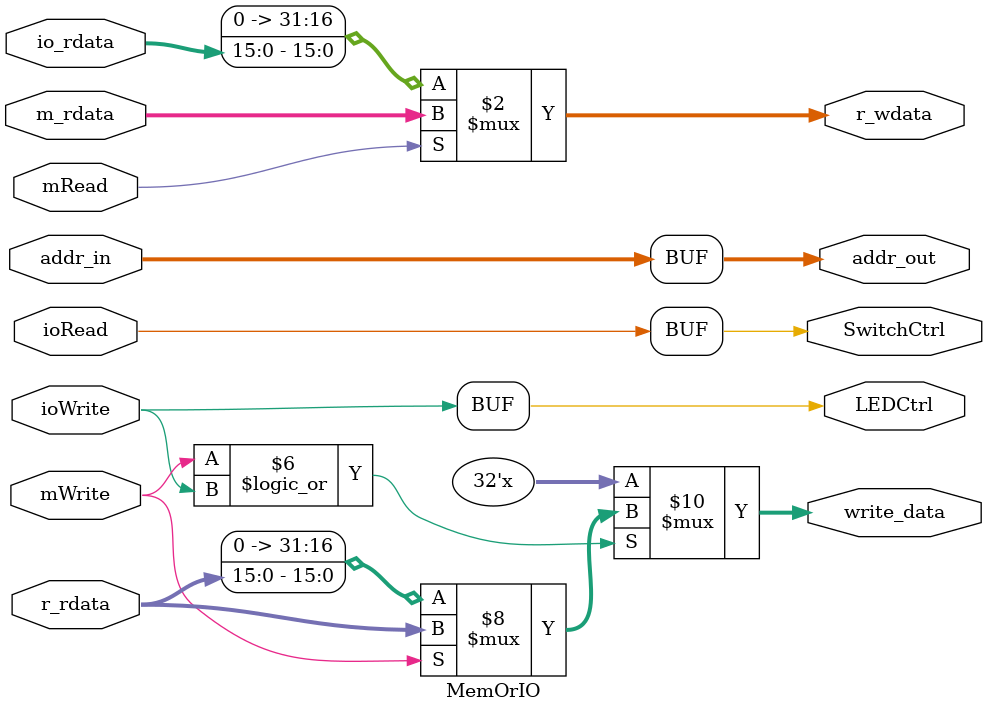
<source format=v>
`timescale 1ns / 1ps


module MemOrIO(mRead, mWrite, ioRead, ioWrite,addr_in, addr_out, 
                m_rdata, io_rdata, r_wdata, r_rdata, write_data, LEDCtrl, SwitchCtrl);
    input mRead;                    // read memory, from control32
    input mWrite;                   // write memory, from control32
    input ioRead;                   // read IO, from control32
    input ioWrite;                  // write IO, from control32
    
    input[31:0] addr_in;            // from alu_result in executs32
    output[31:0] addr_out;          // address to memory
    
    input[31:0] m_rdata;            // data read from memory
    input[15:0] io_rdata;           // data read from io,16 bits
    output[31:0] r_wdata;           // data to idecode32(register file)
    
    input[31:0] r_rdata;            // data read from idecode32(register file)
    output reg[31:0] write_data;    // data to memory or I/O（m_wdata, io_wdata）
    output LEDCtrl;                 // LED Chip Select
    output SwitchCtrl;              // Switch Chip Select
    
    assign addr_out = addr_in;
    // The data write to register file may be from memory or io.
    // While the data is from io, it should be the lower 16bit of r_wdata. 
    assign r_wdata = (mRead == 1'b1) ? m_rdata : {16'h0000, io_rdata};
    // Chip select signal of Led and Switch are all active high;
    assign LEDCtrl = ioWrite;
    assign SwitchCtrl = ioRead;
    
    always @* begin
        if((mWrite == 1) || (ioWrite == 1))
            //wirte_data could go to either memory or IO. where is it from?
            write_data = (mWrite == 1) ? r_rdata : {16'h0000, r_rdata[15:0]};
        else
            write_data = 32'hZZZZZZZZ;
    end

endmodule

</source>
